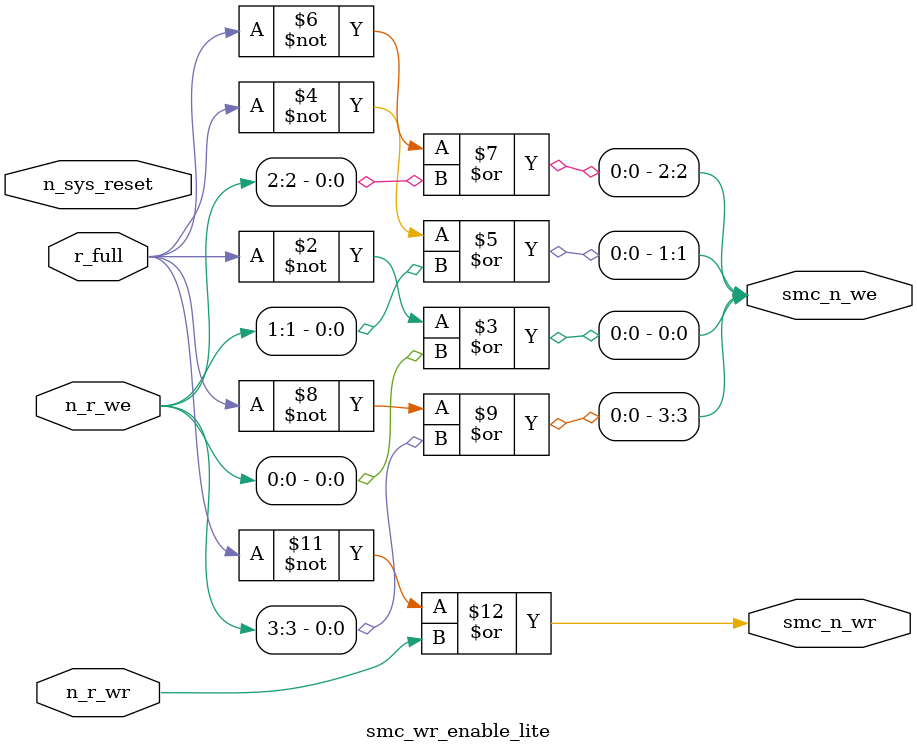
<source format=v>


  module smc_wr_enable_lite (

                      //inputs                      

                      n_sys_reset,
                      r_full,
                      n_r_we,
                      n_r_wr,

                      //outputs

                      smc_n_we,
                      smc_n_wr);

//I/O
   
   input             n_sys_reset;   //system reset
   input             r_full;    // Full cycle write strobe
   input [3:0]       n_r_we;    //write enable from smc_strobe
   input             n_r_wr;    //write strobe from smc_strobe
   output [3:0]      smc_n_we;  // write enable (active low)
   output            smc_n_wr;  // write strobe (active low)
   
   
//output reg declaration.
   
   reg [3:0]          smc_n_we;
   reg                smc_n_wr;

//----------------------------------------------------------------------
// negedge strobes with clock.
//----------------------------------------------------------------------
      

//----------------------------------------------------------------------
      
//--------------------------------------------------------------------
// Gate Write strobes with clock.
//--------------------------------------------------------------------

  always @(r_full or n_r_we)
  
  begin
  
     smc_n_we[0] = ((~r_full  ) | n_r_we[0] );

     smc_n_we[1] = ((~r_full  ) | n_r_we[1] );

     smc_n_we[2] = ((~r_full  ) | n_r_we[2] );

     smc_n_we[3] = ((~r_full  ) | n_r_we[3] );

  
  end

//--------------------------------------------------------------------   
//write strobe generation
//--------------------------------------------------------------------   

  always @(n_r_wr or r_full )
  
     begin
  
        smc_n_wr = ((~r_full ) | n_r_wr );
       
     end

endmodule // smc_wr_enable


</source>
